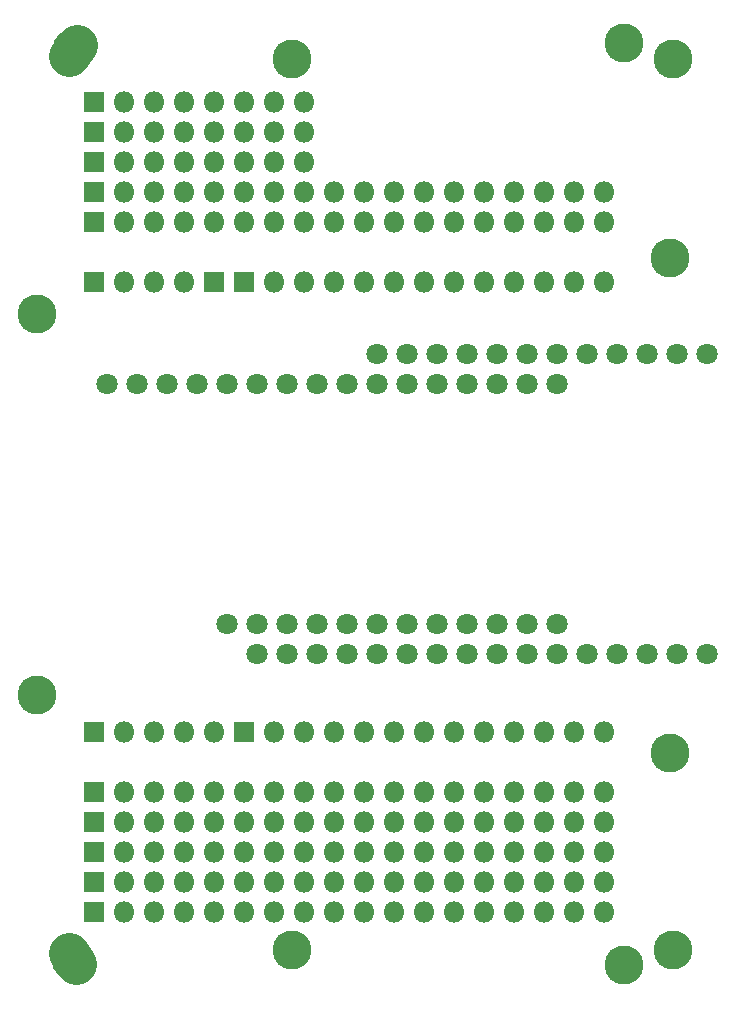
<source format=gts>
G04 #@! TF.GenerationSoftware,KiCad,Pcbnew,(5.0.0-rc2-dev-444-g2974a2c10)*
G04 #@! TF.CreationDate,2019-12-15T15:38:47-08:00*
G04 #@! TF.ProjectId,CG_Robot_Friend,43475F526F626F745F467269656E642E,v04*
G04 #@! TF.SameCoordinates,Original*
G04 #@! TF.FileFunction,Soldermask,Top*
G04 #@! TF.FilePolarity,Negative*
%FSLAX46Y46*%
G04 Gerber Fmt 4.6, Leading zero omitted, Abs format (unit mm)*
G04 Created by KiCad (PCBNEW (5.0.0-rc2-dev-444-g2974a2c10)) date 12/15/19 15:38:47*
%MOMM*%
%LPD*%
G01*
G04 APERTURE LIST*
%ADD10C,1.801600*%
%ADD11O,1.801600X1.801600*%
%ADD12R,1.801600X1.801600*%
%ADD13C,3.501600*%
%ADD14C,3.501600*%
%ADD15C,3.301600*%
G04 APERTURE END LIST*
D10*
X105250000Y-100076000D03*
X107790000Y-100076000D03*
X110330000Y-100076000D03*
X112870000Y-100076000D03*
X115410000Y-100076000D03*
X117950000Y-100076000D03*
X120490000Y-100076000D03*
X123030000Y-100076000D03*
X125570000Y-100076000D03*
X128110000Y-100076000D03*
X130650000Y-100076000D03*
X133190000Y-100076000D03*
X135730000Y-100076000D03*
X138270000Y-100076000D03*
X140810000Y-100076000D03*
X143350000Y-100076000D03*
X115410000Y-74676000D03*
X117950000Y-74676000D03*
X120490000Y-74676000D03*
X123030000Y-74676000D03*
X125570000Y-74676000D03*
X128110000Y-74676000D03*
X130650000Y-74676000D03*
X133190000Y-74676000D03*
X135730000Y-74676000D03*
X138270000Y-74676000D03*
X140810000Y-74676000D03*
X143350000Y-74676000D03*
X130657600Y-97536000D03*
X128117600Y-97536000D03*
X125577600Y-97536000D03*
X123037600Y-97536000D03*
X120497600Y-97536000D03*
X117957600Y-97536000D03*
X115417600Y-97536000D03*
X112877600Y-97536000D03*
X110337600Y-97536000D03*
X107797600Y-97536000D03*
X105257600Y-97536000D03*
X102717600Y-97536000D03*
X130657600Y-77216000D03*
X128117600Y-77216000D03*
X125577600Y-77216000D03*
X123037600Y-77216000D03*
X120497600Y-77216000D03*
X117957600Y-77216000D03*
X115417600Y-77216000D03*
X112877600Y-77216000D03*
X110337600Y-77216000D03*
X107797600Y-77216000D03*
X105257600Y-77216000D03*
X102717600Y-77216000D03*
X100177600Y-77216000D03*
X97637600Y-77216000D03*
X95097600Y-77216000D03*
X92557600Y-77216000D03*
D11*
X134620000Y-121920000D03*
X132080000Y-121920000D03*
X129540000Y-121920000D03*
X127000000Y-121920000D03*
X124460000Y-121920000D03*
X121920000Y-121920000D03*
X119380000Y-121920000D03*
X116840000Y-121920000D03*
X114300000Y-121920000D03*
X111760000Y-121920000D03*
X109220000Y-121920000D03*
X106680000Y-121920000D03*
X104140000Y-121920000D03*
X101600000Y-121920000D03*
X99060000Y-121920000D03*
X96520000Y-121920000D03*
X93980000Y-121920000D03*
D12*
X91440000Y-121920000D03*
D11*
X134620000Y-119380000D03*
X132080000Y-119380000D03*
X129540000Y-119380000D03*
X127000000Y-119380000D03*
X124460000Y-119380000D03*
X121920000Y-119380000D03*
X119380000Y-119380000D03*
X116840000Y-119380000D03*
X114300000Y-119380000D03*
X111760000Y-119380000D03*
X109220000Y-119380000D03*
X106680000Y-119380000D03*
X104140000Y-119380000D03*
X101600000Y-119380000D03*
X99060000Y-119380000D03*
X96520000Y-119380000D03*
X93980000Y-119380000D03*
D12*
X91440000Y-119380000D03*
D11*
X134620000Y-116840000D03*
X132080000Y-116840000D03*
X129540000Y-116840000D03*
X127000000Y-116840000D03*
X124460000Y-116840000D03*
X121920000Y-116840000D03*
X119380000Y-116840000D03*
X116840000Y-116840000D03*
X114300000Y-116840000D03*
X111760000Y-116840000D03*
X109220000Y-116840000D03*
X106680000Y-116840000D03*
X104140000Y-116840000D03*
X101600000Y-116840000D03*
X99060000Y-116840000D03*
X96520000Y-116840000D03*
X93980000Y-116840000D03*
D12*
X91440000Y-116840000D03*
D11*
X134620000Y-114300000D03*
X132080000Y-114300000D03*
X129540000Y-114300000D03*
X127000000Y-114300000D03*
X124460000Y-114300000D03*
X121920000Y-114300000D03*
X119380000Y-114300000D03*
X116840000Y-114300000D03*
X114300000Y-114300000D03*
X111760000Y-114300000D03*
X109220000Y-114300000D03*
X106680000Y-114300000D03*
X104140000Y-114300000D03*
X101600000Y-114300000D03*
X99060000Y-114300000D03*
X96520000Y-114300000D03*
X93980000Y-114300000D03*
D12*
X91440000Y-114300000D03*
D11*
X134620000Y-111760000D03*
X132080000Y-111760000D03*
X129540000Y-111760000D03*
X127000000Y-111760000D03*
X124460000Y-111760000D03*
X121920000Y-111760000D03*
X119380000Y-111760000D03*
X116840000Y-111760000D03*
X114300000Y-111760000D03*
X111760000Y-111760000D03*
X109220000Y-111760000D03*
X106680000Y-111760000D03*
X104140000Y-111760000D03*
X101600000Y-111760000D03*
X99060000Y-111760000D03*
X96520000Y-111760000D03*
X93980000Y-111760000D03*
D12*
X91440000Y-111760000D03*
D11*
X134620000Y-63500000D03*
X132080000Y-63500000D03*
X129540000Y-63500000D03*
X127000000Y-63500000D03*
X124460000Y-63500000D03*
X121920000Y-63500000D03*
X119380000Y-63500000D03*
X116840000Y-63500000D03*
X114300000Y-63500000D03*
X111760000Y-63500000D03*
X109220000Y-63500000D03*
X106680000Y-63500000D03*
X104140000Y-63500000D03*
X101600000Y-63500000D03*
X99060000Y-63500000D03*
X96520000Y-63500000D03*
X93980000Y-63500000D03*
D12*
X91440000Y-63500000D03*
D11*
X134620000Y-60960000D03*
X132080000Y-60960000D03*
X129540000Y-60960000D03*
X127000000Y-60960000D03*
X124460000Y-60960000D03*
X121920000Y-60960000D03*
X119380000Y-60960000D03*
X116840000Y-60960000D03*
X114300000Y-60960000D03*
X111760000Y-60960000D03*
X109220000Y-60960000D03*
X106680000Y-60960000D03*
X104140000Y-60960000D03*
X101600000Y-60960000D03*
X99060000Y-60960000D03*
X96520000Y-60960000D03*
X93980000Y-60960000D03*
D12*
X91440000Y-60960000D03*
D11*
X134620000Y-106680000D03*
X132080000Y-106680000D03*
X129540000Y-106680000D03*
X127000000Y-106680000D03*
X124460000Y-106680000D03*
X121920000Y-106680000D03*
X119380000Y-106680000D03*
X116840000Y-106680000D03*
X114300000Y-106680000D03*
X111760000Y-106680000D03*
X109220000Y-106680000D03*
X106680000Y-106680000D03*
D12*
X104140000Y-106680000D03*
D11*
X101600000Y-106680000D03*
X99060000Y-106680000D03*
X96520000Y-106680000D03*
X93980000Y-106680000D03*
D12*
X91440000Y-106680000D03*
D11*
X134620000Y-68580000D03*
X132080000Y-68580000D03*
X129540000Y-68580000D03*
X127000000Y-68580000D03*
X124460000Y-68580000D03*
X121920000Y-68580000D03*
X119380000Y-68580000D03*
X116840000Y-68580000D03*
X114300000Y-68580000D03*
X111760000Y-68580000D03*
X109220000Y-68580000D03*
X106680000Y-68580000D03*
D12*
X104140000Y-68580000D03*
X101600000Y-68580000D03*
D11*
X99060000Y-68580000D03*
X96520000Y-68580000D03*
X93980000Y-68580000D03*
D12*
X91440000Y-68580000D03*
D13*
X89662000Y-48958500D03*
D14*
X89317854Y-49449991D02*
X90006146Y-48467009D01*
D13*
X89598500Y-125857000D03*
D14*
X89283033Y-125406466D02*
X89913967Y-126307534D01*
D15*
X140208000Y-66548000D03*
X140208000Y-108458000D03*
X140462000Y-125095000D03*
X136334500Y-126428500D03*
X108204000Y-125095000D03*
X86614000Y-103505000D03*
X86614000Y-71247000D03*
X108204000Y-49657000D03*
X136334500Y-48323500D03*
X140462000Y-49657000D03*
D12*
X91440000Y-58420000D03*
D11*
X93980000Y-58420000D03*
X96520000Y-58420000D03*
X99060000Y-58420000D03*
X101600000Y-58420000D03*
X104140000Y-58420000D03*
X106680000Y-58420000D03*
X109220000Y-58420000D03*
X109220000Y-55880000D03*
X106680000Y-55880000D03*
X104140000Y-55880000D03*
X101600000Y-55880000D03*
X99060000Y-55880000D03*
X96520000Y-55880000D03*
X93980000Y-55880000D03*
D12*
X91440000Y-55880000D03*
X91440000Y-53340000D03*
D11*
X93980000Y-53340000D03*
X96520000Y-53340000D03*
X99060000Y-53340000D03*
X101600000Y-53340000D03*
X104140000Y-53340000D03*
X106680000Y-53340000D03*
X109220000Y-53340000D03*
M02*

</source>
